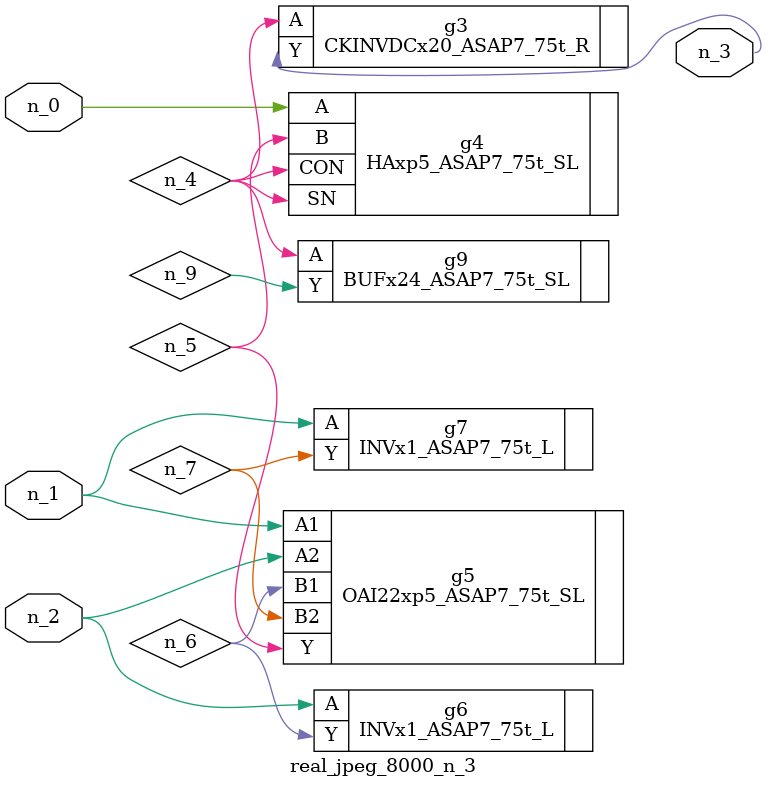
<source format=v>
module real_jpeg_8000_n_3 (n_1, n_0, n_2, n_3);

input n_1;
input n_0;
input n_2;

output n_3;

wire n_5;
wire n_4;
wire n_6;
wire n_7;

HAxp5_ASAP7_75t_SL g4 ( 
.A(n_0),
.B(n_5),
.CON(n_4),
.SN(n_4)
);

OAI22xp5_ASAP7_75t_SL g5 ( 
.A1(n_1),
.A2(n_2),
.B1(n_6),
.B2(n_7),
.Y(n_5)
);

INVx1_ASAP7_75t_L g7 ( 
.A(n_1),
.Y(n_7)
);

INVx1_ASAP7_75t_L g6 ( 
.A(n_2),
.Y(n_6)
);

CKINVDCx20_ASAP7_75t_R g3 ( 
.A(n_4),
.Y(n_3)
);

BUFx24_ASAP7_75t_SL g9 ( 
.A(n_4),
.Y(n_9)
);


endmodule
</source>
